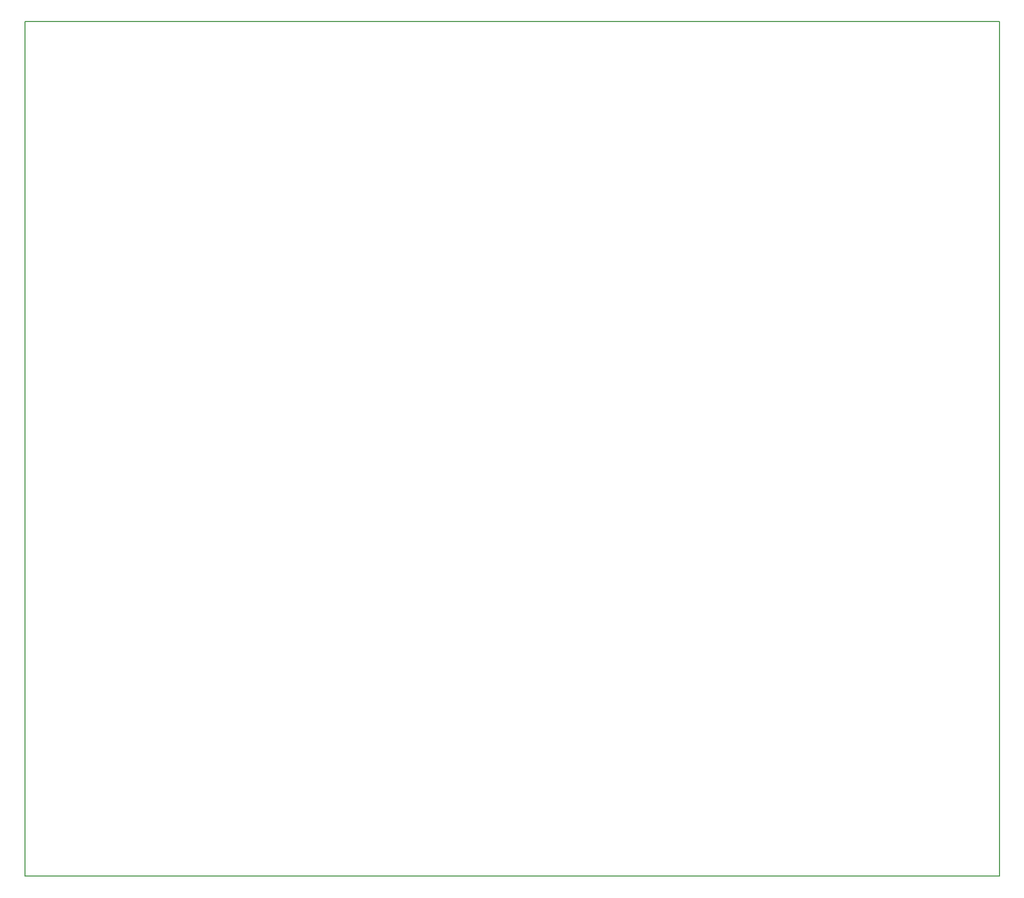
<source format=gko>
G04*
G04 #@! TF.GenerationSoftware,Altium Limited,Altium Designer,18.0.11 (651)*
G04*
G04 Layer_Color=16711935*
%FSLAX24Y24*%
%MOIN*%
G70*
G01*
G75*
%ADD13C,0.0050*%
D13*
X0Y0D02*
Y57000D01*
X65000D01*
Y0D02*
Y57000D01*
X0Y0D02*
X65000D01*
M02*

</source>
